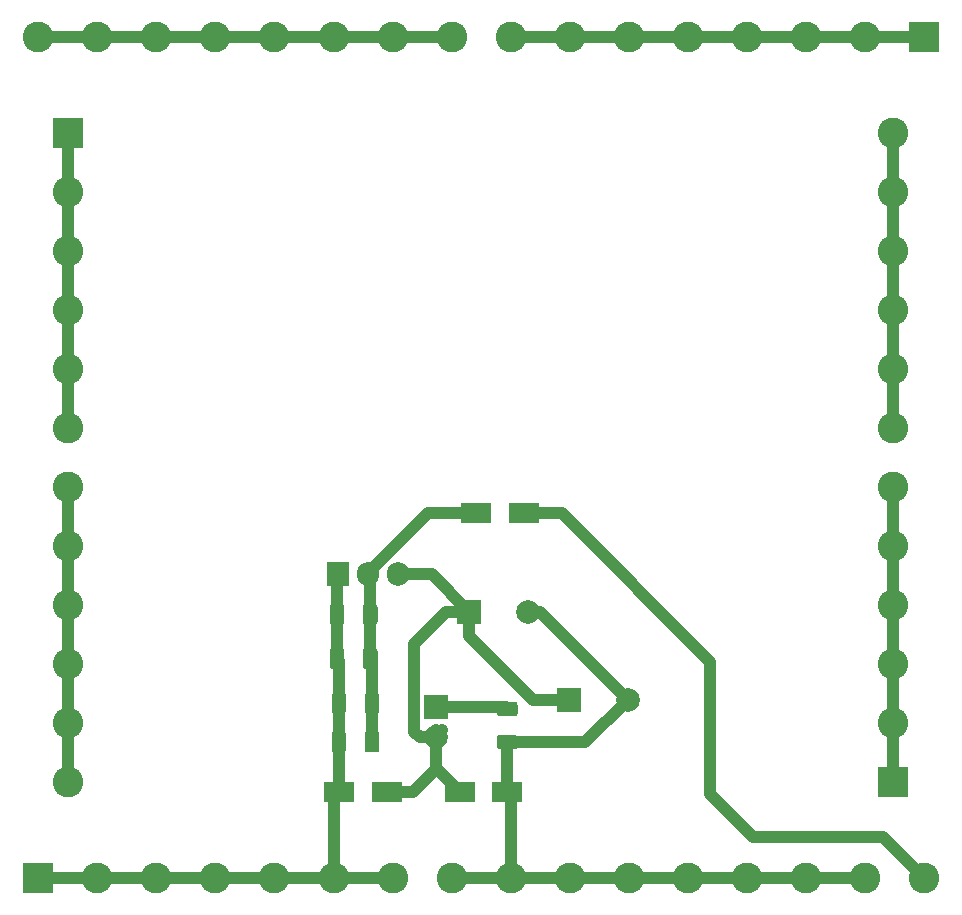
<source format=gbr>
G04 #@! TF.GenerationSoftware,KiCad,Pcbnew,5.1.4*
G04 #@! TF.CreationDate,2020-01-07T14:28:49-05:00*
G04 #@! TF.ProjectId,model-train-cdu,6d6f6465-6c2d-4747-9261-696e2d636475,rev?*
G04 #@! TF.SameCoordinates,Original*
G04 #@! TF.FileFunction,Copper,L1,Top*
G04 #@! TF.FilePolarity,Positive*
%FSLAX46Y46*%
G04 Gerber Fmt 4.6, Leading zero omitted, Abs format (unit mm)*
G04 Created by KiCad (PCBNEW 5.1.4) date 2020-01-07 14:28:49*
%MOMM*%
%LPD*%
G04 APERTURE LIST*
%ADD10C,2.600000*%
%ADD11R,2.600000X2.600000*%
%ADD12C,0.100000*%
%ADD13C,1.250000*%
%ADD14O,1.905000X2.000000*%
%ADD15R,1.905000X2.000000*%
%ADD16R,2.500000X1.800000*%
%ADD17R,2.000000X2.000000*%
%ADD18C,2.000000*%
%ADD19C,1.016000*%
G04 APERTURE END LIST*
D10*
X46400000Y-10800000D03*
X46400000Y-5800000D03*
X46400000Y-800000D03*
X46400000Y4200000D03*
X46400000Y9200000D03*
X46400000Y14200000D03*
X46400000Y19200000D03*
X46400000Y24200000D03*
X46400000Y29200000D03*
X46400000Y34200000D03*
X46400000Y39200000D03*
D11*
X46400000Y44200000D03*
D10*
X116300000Y44200000D03*
X116300000Y39200000D03*
X116300000Y34200000D03*
X116300000Y29200000D03*
X116300000Y24200000D03*
X116300000Y19200000D03*
X116300000Y14200000D03*
X116300000Y9200000D03*
X116300000Y4200000D03*
X116300000Y-800000D03*
X116300000Y-5800000D03*
D11*
X116300000Y-10800000D03*
D10*
X43900000Y52300000D03*
X48900000Y52300000D03*
X53900000Y52300000D03*
X58900000Y52300000D03*
X63900000Y52300000D03*
X68900000Y52300000D03*
X73900000Y52300000D03*
X78900000Y52300000D03*
X83900000Y52300000D03*
X88900000Y52300000D03*
X93900000Y52300000D03*
X98900000Y52300000D03*
X103900000Y52300000D03*
X108900000Y52300000D03*
X113900000Y52300000D03*
D11*
X118900000Y52300000D03*
D10*
X118900000Y-18900000D03*
X113900000Y-18900000D03*
X108900000Y-18900000D03*
X103900000Y-18900000D03*
X98900000Y-18900000D03*
X93900000Y-18900000D03*
X88900000Y-18900000D03*
X83900000Y-18900000D03*
X78900000Y-18900000D03*
X73900000Y-18900000D03*
X68900000Y-18900000D03*
X63900000Y-18900000D03*
X58900000Y-18900000D03*
X53900000Y-18900000D03*
X48900000Y-18900000D03*
D11*
X43900000Y-18900000D03*
D12*
G36*
X72399504Y523796D02*
G01*
X72423773Y520196D01*
X72447571Y514235D01*
X72470671Y505970D01*
X72492849Y495480D01*
X72513893Y482867D01*
X72533598Y468253D01*
X72551777Y451777D01*
X72568253Y433598D01*
X72582867Y413893D01*
X72595480Y392849D01*
X72605970Y370671D01*
X72614235Y347571D01*
X72620196Y323773D01*
X72623796Y299504D01*
X72625000Y275000D01*
X72625000Y-975000D01*
X72623796Y-999504D01*
X72620196Y-1023773D01*
X72614235Y-1047571D01*
X72605970Y-1070671D01*
X72595480Y-1092849D01*
X72582867Y-1113893D01*
X72568253Y-1133598D01*
X72551777Y-1151777D01*
X72533598Y-1168253D01*
X72513893Y-1182867D01*
X72492849Y-1195480D01*
X72470671Y-1205970D01*
X72447571Y-1214235D01*
X72423773Y-1220196D01*
X72399504Y-1223796D01*
X72375000Y-1225000D01*
X71625000Y-1225000D01*
X71600496Y-1223796D01*
X71576227Y-1220196D01*
X71552429Y-1214235D01*
X71529329Y-1205970D01*
X71507151Y-1195480D01*
X71486107Y-1182867D01*
X71466402Y-1168253D01*
X71448223Y-1151777D01*
X71431747Y-1133598D01*
X71417133Y-1113893D01*
X71404520Y-1092849D01*
X71394030Y-1070671D01*
X71385765Y-1047571D01*
X71379804Y-1023773D01*
X71376204Y-999504D01*
X71375000Y-975000D01*
X71375000Y275000D01*
X71376204Y299504D01*
X71379804Y323773D01*
X71385765Y347571D01*
X71394030Y370671D01*
X71404520Y392849D01*
X71417133Y413893D01*
X71431747Y433598D01*
X71448223Y451777D01*
X71466402Y468253D01*
X71486107Y482867D01*
X71507151Y495480D01*
X71529329Y505970D01*
X71552429Y514235D01*
X71576227Y520196D01*
X71600496Y523796D01*
X71625000Y525000D01*
X72375000Y525000D01*
X72399504Y523796D01*
X72399504Y523796D01*
G37*
D13*
X72000000Y-350000D03*
D12*
G36*
X69599504Y523796D02*
G01*
X69623773Y520196D01*
X69647571Y514235D01*
X69670671Y505970D01*
X69692849Y495480D01*
X69713893Y482867D01*
X69733598Y468253D01*
X69751777Y451777D01*
X69768253Y433598D01*
X69782867Y413893D01*
X69795480Y392849D01*
X69805970Y370671D01*
X69814235Y347571D01*
X69820196Y323773D01*
X69823796Y299504D01*
X69825000Y275000D01*
X69825000Y-975000D01*
X69823796Y-999504D01*
X69820196Y-1023773D01*
X69814235Y-1047571D01*
X69805970Y-1070671D01*
X69795480Y-1092849D01*
X69782867Y-1113893D01*
X69768253Y-1133598D01*
X69751777Y-1151777D01*
X69733598Y-1168253D01*
X69713893Y-1182867D01*
X69692849Y-1195480D01*
X69670671Y-1205970D01*
X69647571Y-1214235D01*
X69623773Y-1220196D01*
X69599504Y-1223796D01*
X69575000Y-1225000D01*
X68825000Y-1225000D01*
X68800496Y-1223796D01*
X68776227Y-1220196D01*
X68752429Y-1214235D01*
X68729329Y-1205970D01*
X68707151Y-1195480D01*
X68686107Y-1182867D01*
X68666402Y-1168253D01*
X68648223Y-1151777D01*
X68631747Y-1133598D01*
X68617133Y-1113893D01*
X68604520Y-1092849D01*
X68594030Y-1070671D01*
X68585765Y-1047571D01*
X68579804Y-1023773D01*
X68576204Y-999504D01*
X68575000Y-975000D01*
X68575000Y275000D01*
X68576204Y299504D01*
X68579804Y323773D01*
X68585765Y347571D01*
X68594030Y370671D01*
X68604520Y392849D01*
X68617133Y413893D01*
X68631747Y433598D01*
X68648223Y451777D01*
X68666402Y468253D01*
X68686107Y482867D01*
X68707151Y495480D01*
X68729329Y505970D01*
X68752429Y514235D01*
X68776227Y520196D01*
X68800496Y523796D01*
X68825000Y525000D01*
X69575000Y525000D01*
X69599504Y523796D01*
X69599504Y523796D01*
G37*
D13*
X69200000Y-350000D03*
D12*
G36*
X72554505Y-6511205D02*
G01*
X72578774Y-6514805D01*
X72602572Y-6520766D01*
X72625672Y-6529031D01*
X72647850Y-6539521D01*
X72668894Y-6552134D01*
X72688599Y-6566748D01*
X72706778Y-6583224D01*
X72723254Y-6601403D01*
X72737868Y-6621108D01*
X72750481Y-6642152D01*
X72760971Y-6664330D01*
X72769236Y-6687430D01*
X72775197Y-6711228D01*
X72778797Y-6735497D01*
X72780001Y-6760001D01*
X72780001Y-8010001D01*
X72778797Y-8034505D01*
X72775197Y-8058774D01*
X72769236Y-8082572D01*
X72760971Y-8105672D01*
X72750481Y-8127850D01*
X72737868Y-8148894D01*
X72723254Y-8168599D01*
X72706778Y-8186778D01*
X72688599Y-8203254D01*
X72668894Y-8217868D01*
X72647850Y-8230481D01*
X72625672Y-8240971D01*
X72602572Y-8249236D01*
X72578774Y-8255197D01*
X72554505Y-8258797D01*
X72530001Y-8260001D01*
X71780001Y-8260001D01*
X71755497Y-8258797D01*
X71731228Y-8255197D01*
X71707430Y-8249236D01*
X71684330Y-8240971D01*
X71662152Y-8230481D01*
X71641108Y-8217868D01*
X71621403Y-8203254D01*
X71603224Y-8186778D01*
X71586748Y-8168599D01*
X71572134Y-8148894D01*
X71559521Y-8127850D01*
X71549031Y-8105672D01*
X71540766Y-8082572D01*
X71534805Y-8058774D01*
X71531205Y-8034505D01*
X71530001Y-8010001D01*
X71530001Y-6760001D01*
X71531205Y-6735497D01*
X71534805Y-6711228D01*
X71540766Y-6687430D01*
X71549031Y-6664330D01*
X71559521Y-6642152D01*
X71572134Y-6621108D01*
X71586748Y-6601403D01*
X71603224Y-6583224D01*
X71621403Y-6566748D01*
X71641108Y-6552134D01*
X71662152Y-6539521D01*
X71684330Y-6529031D01*
X71707430Y-6520766D01*
X71731228Y-6514805D01*
X71755497Y-6511205D01*
X71780001Y-6510001D01*
X72530001Y-6510001D01*
X72554505Y-6511205D01*
X72554505Y-6511205D01*
G37*
D13*
X72155001Y-7385001D03*
D12*
G36*
X69754505Y-6511205D02*
G01*
X69778774Y-6514805D01*
X69802572Y-6520766D01*
X69825672Y-6529031D01*
X69847850Y-6539521D01*
X69868894Y-6552134D01*
X69888599Y-6566748D01*
X69906778Y-6583224D01*
X69923254Y-6601403D01*
X69937868Y-6621108D01*
X69950481Y-6642152D01*
X69960971Y-6664330D01*
X69969236Y-6687430D01*
X69975197Y-6711228D01*
X69978797Y-6735497D01*
X69980001Y-6760001D01*
X69980001Y-8010001D01*
X69978797Y-8034505D01*
X69975197Y-8058774D01*
X69969236Y-8082572D01*
X69960971Y-8105672D01*
X69950481Y-8127850D01*
X69937868Y-8148894D01*
X69923254Y-8168599D01*
X69906778Y-8186778D01*
X69888599Y-8203254D01*
X69868894Y-8217868D01*
X69847850Y-8230481D01*
X69825672Y-8240971D01*
X69802572Y-8249236D01*
X69778774Y-8255197D01*
X69754505Y-8258797D01*
X69730001Y-8260001D01*
X68980001Y-8260001D01*
X68955497Y-8258797D01*
X68931228Y-8255197D01*
X68907430Y-8249236D01*
X68884330Y-8240971D01*
X68862152Y-8230481D01*
X68841108Y-8217868D01*
X68821403Y-8203254D01*
X68803224Y-8186778D01*
X68786748Y-8168599D01*
X68772134Y-8148894D01*
X68759521Y-8127850D01*
X68749031Y-8105672D01*
X68740766Y-8082572D01*
X68734805Y-8058774D01*
X68731205Y-8034505D01*
X68730001Y-8010001D01*
X68730001Y-6760001D01*
X68731205Y-6735497D01*
X68734805Y-6711228D01*
X68740766Y-6687430D01*
X68749031Y-6664330D01*
X68759521Y-6642152D01*
X68772134Y-6621108D01*
X68786748Y-6601403D01*
X68803224Y-6583224D01*
X68821403Y-6566748D01*
X68841108Y-6552134D01*
X68862152Y-6539521D01*
X68884330Y-6529031D01*
X68907430Y-6520766D01*
X68931228Y-6514805D01*
X68955497Y-6511205D01*
X68980001Y-6510001D01*
X69730001Y-6510001D01*
X69754505Y-6511205D01*
X69754505Y-6511205D01*
G37*
D13*
X69355001Y-7385001D03*
D12*
G36*
X72399504Y4273796D02*
G01*
X72423773Y4270196D01*
X72447571Y4264235D01*
X72470671Y4255970D01*
X72492849Y4245480D01*
X72513893Y4232867D01*
X72533598Y4218253D01*
X72551777Y4201777D01*
X72568253Y4183598D01*
X72582867Y4163893D01*
X72595480Y4142849D01*
X72605970Y4120671D01*
X72614235Y4097571D01*
X72620196Y4073773D01*
X72623796Y4049504D01*
X72625000Y4025000D01*
X72625000Y2775000D01*
X72623796Y2750496D01*
X72620196Y2726227D01*
X72614235Y2702429D01*
X72605970Y2679329D01*
X72595480Y2657151D01*
X72582867Y2636107D01*
X72568253Y2616402D01*
X72551777Y2598223D01*
X72533598Y2581747D01*
X72513893Y2567133D01*
X72492849Y2554520D01*
X72470671Y2544030D01*
X72447571Y2535765D01*
X72423773Y2529804D01*
X72399504Y2526204D01*
X72375000Y2525000D01*
X71625000Y2525000D01*
X71600496Y2526204D01*
X71576227Y2529804D01*
X71552429Y2535765D01*
X71529329Y2544030D01*
X71507151Y2554520D01*
X71486107Y2567133D01*
X71466402Y2581747D01*
X71448223Y2598223D01*
X71431747Y2616402D01*
X71417133Y2636107D01*
X71404520Y2657151D01*
X71394030Y2679329D01*
X71385765Y2702429D01*
X71379804Y2726227D01*
X71376204Y2750496D01*
X71375000Y2775000D01*
X71375000Y4025000D01*
X71376204Y4049504D01*
X71379804Y4073773D01*
X71385765Y4097571D01*
X71394030Y4120671D01*
X71404520Y4142849D01*
X71417133Y4163893D01*
X71431747Y4183598D01*
X71448223Y4201777D01*
X71466402Y4218253D01*
X71486107Y4232867D01*
X71507151Y4245480D01*
X71529329Y4255970D01*
X71552429Y4264235D01*
X71576227Y4270196D01*
X71600496Y4273796D01*
X71625000Y4275000D01*
X72375000Y4275000D01*
X72399504Y4273796D01*
X72399504Y4273796D01*
G37*
D13*
X72000000Y3400000D03*
D12*
G36*
X69599504Y4273796D02*
G01*
X69623773Y4270196D01*
X69647571Y4264235D01*
X69670671Y4255970D01*
X69692849Y4245480D01*
X69713893Y4232867D01*
X69733598Y4218253D01*
X69751777Y4201777D01*
X69768253Y4183598D01*
X69782867Y4163893D01*
X69795480Y4142849D01*
X69805970Y4120671D01*
X69814235Y4097571D01*
X69820196Y4073773D01*
X69823796Y4049504D01*
X69825000Y4025000D01*
X69825000Y2775000D01*
X69823796Y2750496D01*
X69820196Y2726227D01*
X69814235Y2702429D01*
X69805970Y2679329D01*
X69795480Y2657151D01*
X69782867Y2636107D01*
X69768253Y2616402D01*
X69751777Y2598223D01*
X69733598Y2581747D01*
X69713893Y2567133D01*
X69692849Y2554520D01*
X69670671Y2544030D01*
X69647571Y2535765D01*
X69623773Y2529804D01*
X69599504Y2526204D01*
X69575000Y2525000D01*
X68825000Y2525000D01*
X68800496Y2526204D01*
X68776227Y2529804D01*
X68752429Y2535765D01*
X68729329Y2544030D01*
X68707151Y2554520D01*
X68686107Y2567133D01*
X68666402Y2581747D01*
X68648223Y2598223D01*
X68631747Y2616402D01*
X68617133Y2636107D01*
X68604520Y2657151D01*
X68594030Y2679329D01*
X68585765Y2702429D01*
X68579804Y2726227D01*
X68576204Y2750496D01*
X68575000Y2775000D01*
X68575000Y4025000D01*
X68576204Y4049504D01*
X68579804Y4073773D01*
X68585765Y4097571D01*
X68594030Y4120671D01*
X68604520Y4142849D01*
X68617133Y4163893D01*
X68631747Y4183598D01*
X68648223Y4201777D01*
X68666402Y4218253D01*
X68686107Y4232867D01*
X68707151Y4245480D01*
X68729329Y4255970D01*
X68752429Y4264235D01*
X68776227Y4270196D01*
X68800496Y4273796D01*
X68825000Y4275000D01*
X69575000Y4275000D01*
X69599504Y4273796D01*
X69599504Y4273796D01*
G37*
D13*
X69200000Y3400000D03*
D12*
G36*
X72554505Y-3221205D02*
G01*
X72578774Y-3224805D01*
X72602572Y-3230766D01*
X72625672Y-3239031D01*
X72647850Y-3249521D01*
X72668894Y-3262134D01*
X72688599Y-3276748D01*
X72706778Y-3293224D01*
X72723254Y-3311403D01*
X72737868Y-3331108D01*
X72750481Y-3352152D01*
X72760971Y-3374330D01*
X72769236Y-3397430D01*
X72775197Y-3421228D01*
X72778797Y-3445497D01*
X72780001Y-3470001D01*
X72780001Y-4720001D01*
X72778797Y-4744505D01*
X72775197Y-4768774D01*
X72769236Y-4792572D01*
X72760971Y-4815672D01*
X72750481Y-4837850D01*
X72737868Y-4858894D01*
X72723254Y-4878599D01*
X72706778Y-4896778D01*
X72688599Y-4913254D01*
X72668894Y-4927868D01*
X72647850Y-4940481D01*
X72625672Y-4950971D01*
X72602572Y-4959236D01*
X72578774Y-4965197D01*
X72554505Y-4968797D01*
X72530001Y-4970001D01*
X71780001Y-4970001D01*
X71755497Y-4968797D01*
X71731228Y-4965197D01*
X71707430Y-4959236D01*
X71684330Y-4950971D01*
X71662152Y-4940481D01*
X71641108Y-4927868D01*
X71621403Y-4913254D01*
X71603224Y-4896778D01*
X71586748Y-4878599D01*
X71572134Y-4858894D01*
X71559521Y-4837850D01*
X71549031Y-4815672D01*
X71540766Y-4792572D01*
X71534805Y-4768774D01*
X71531205Y-4744505D01*
X71530001Y-4720001D01*
X71530001Y-3470001D01*
X71531205Y-3445497D01*
X71534805Y-3421228D01*
X71540766Y-3397430D01*
X71549031Y-3374330D01*
X71559521Y-3352152D01*
X71572134Y-3331108D01*
X71586748Y-3311403D01*
X71603224Y-3293224D01*
X71621403Y-3276748D01*
X71641108Y-3262134D01*
X71662152Y-3249521D01*
X71684330Y-3239031D01*
X71707430Y-3230766D01*
X71731228Y-3224805D01*
X71755497Y-3221205D01*
X71780001Y-3220001D01*
X72530001Y-3220001D01*
X72554505Y-3221205D01*
X72554505Y-3221205D01*
G37*
D13*
X72155001Y-4095001D03*
D12*
G36*
X69754505Y-3221205D02*
G01*
X69778774Y-3224805D01*
X69802572Y-3230766D01*
X69825672Y-3239031D01*
X69847850Y-3249521D01*
X69868894Y-3262134D01*
X69888599Y-3276748D01*
X69906778Y-3293224D01*
X69923254Y-3311403D01*
X69937868Y-3331108D01*
X69950481Y-3352152D01*
X69960971Y-3374330D01*
X69969236Y-3397430D01*
X69975197Y-3421228D01*
X69978797Y-3445497D01*
X69980001Y-3470001D01*
X69980001Y-4720001D01*
X69978797Y-4744505D01*
X69975197Y-4768774D01*
X69969236Y-4792572D01*
X69960971Y-4815672D01*
X69950481Y-4837850D01*
X69937868Y-4858894D01*
X69923254Y-4878599D01*
X69906778Y-4896778D01*
X69888599Y-4913254D01*
X69868894Y-4927868D01*
X69847850Y-4940481D01*
X69825672Y-4950971D01*
X69802572Y-4959236D01*
X69778774Y-4965197D01*
X69754505Y-4968797D01*
X69730001Y-4970001D01*
X68980001Y-4970001D01*
X68955497Y-4968797D01*
X68931228Y-4965197D01*
X68907430Y-4959236D01*
X68884330Y-4950971D01*
X68862152Y-4940481D01*
X68841108Y-4927868D01*
X68821403Y-4913254D01*
X68803224Y-4896778D01*
X68786748Y-4878599D01*
X68772134Y-4858894D01*
X68759521Y-4837850D01*
X68749031Y-4815672D01*
X68740766Y-4792572D01*
X68734805Y-4768774D01*
X68731205Y-4744505D01*
X68730001Y-4720001D01*
X68730001Y-3470001D01*
X68731205Y-3445497D01*
X68734805Y-3421228D01*
X68740766Y-3397430D01*
X68749031Y-3374330D01*
X68759521Y-3352152D01*
X68772134Y-3331108D01*
X68786748Y-3311403D01*
X68803224Y-3293224D01*
X68821403Y-3276748D01*
X68841108Y-3262134D01*
X68862152Y-3249521D01*
X68884330Y-3239031D01*
X68907430Y-3230766D01*
X68931228Y-3224805D01*
X68955497Y-3221205D01*
X68980001Y-3220001D01*
X69730001Y-3220001D01*
X69754505Y-3221205D01*
X69754505Y-3221205D01*
G37*
D13*
X69355001Y-4095001D03*
D12*
G36*
X84249504Y-6776204D02*
G01*
X84273773Y-6779804D01*
X84297571Y-6785765D01*
X84320671Y-6794030D01*
X84342849Y-6804520D01*
X84363893Y-6817133D01*
X84383598Y-6831747D01*
X84401777Y-6848223D01*
X84418253Y-6866402D01*
X84432867Y-6886107D01*
X84445480Y-6907151D01*
X84455970Y-6929329D01*
X84464235Y-6952429D01*
X84470196Y-6976227D01*
X84473796Y-7000496D01*
X84475000Y-7025000D01*
X84475000Y-7775000D01*
X84473796Y-7799504D01*
X84470196Y-7823773D01*
X84464235Y-7847571D01*
X84455970Y-7870671D01*
X84445480Y-7892849D01*
X84432867Y-7913893D01*
X84418253Y-7933598D01*
X84401777Y-7951777D01*
X84383598Y-7968253D01*
X84363893Y-7982867D01*
X84342849Y-7995480D01*
X84320671Y-8005970D01*
X84297571Y-8014235D01*
X84273773Y-8020196D01*
X84249504Y-8023796D01*
X84225000Y-8025000D01*
X82975000Y-8025000D01*
X82950496Y-8023796D01*
X82926227Y-8020196D01*
X82902429Y-8014235D01*
X82879329Y-8005970D01*
X82857151Y-7995480D01*
X82836107Y-7982867D01*
X82816402Y-7968253D01*
X82798223Y-7951777D01*
X82781747Y-7933598D01*
X82767133Y-7913893D01*
X82754520Y-7892849D01*
X82744030Y-7870671D01*
X82735765Y-7847571D01*
X82729804Y-7823773D01*
X82726204Y-7799504D01*
X82725000Y-7775000D01*
X82725000Y-7025000D01*
X82726204Y-7000496D01*
X82729804Y-6976227D01*
X82735765Y-6952429D01*
X82744030Y-6929329D01*
X82754520Y-6907151D01*
X82767133Y-6886107D01*
X82781747Y-6866402D01*
X82798223Y-6848223D01*
X82816402Y-6831747D01*
X82836107Y-6817133D01*
X82857151Y-6804520D01*
X82879329Y-6794030D01*
X82902429Y-6785765D01*
X82926227Y-6779804D01*
X82950496Y-6776204D01*
X82975000Y-6775000D01*
X84225000Y-6775000D01*
X84249504Y-6776204D01*
X84249504Y-6776204D01*
G37*
D13*
X83600000Y-7400000D03*
D12*
G36*
X84249504Y-3976204D02*
G01*
X84273773Y-3979804D01*
X84297571Y-3985765D01*
X84320671Y-3994030D01*
X84342849Y-4004520D01*
X84363893Y-4017133D01*
X84383598Y-4031747D01*
X84401777Y-4048223D01*
X84418253Y-4066402D01*
X84432867Y-4086107D01*
X84445480Y-4107151D01*
X84455970Y-4129329D01*
X84464235Y-4152429D01*
X84470196Y-4176227D01*
X84473796Y-4200496D01*
X84475000Y-4225000D01*
X84475000Y-4975000D01*
X84473796Y-4999504D01*
X84470196Y-5023773D01*
X84464235Y-5047571D01*
X84455970Y-5070671D01*
X84445480Y-5092849D01*
X84432867Y-5113893D01*
X84418253Y-5133598D01*
X84401777Y-5151777D01*
X84383598Y-5168253D01*
X84363893Y-5182867D01*
X84342849Y-5195480D01*
X84320671Y-5205970D01*
X84297571Y-5214235D01*
X84273773Y-5220196D01*
X84249504Y-5223796D01*
X84225000Y-5225000D01*
X82975000Y-5225000D01*
X82950496Y-5223796D01*
X82926227Y-5220196D01*
X82902429Y-5214235D01*
X82879329Y-5205970D01*
X82857151Y-5195480D01*
X82836107Y-5182867D01*
X82816402Y-5168253D01*
X82798223Y-5151777D01*
X82781747Y-5133598D01*
X82767133Y-5113893D01*
X82754520Y-5092849D01*
X82744030Y-5070671D01*
X82735765Y-5047571D01*
X82729804Y-5023773D01*
X82726204Y-4999504D01*
X82725000Y-4975000D01*
X82725000Y-4225000D01*
X82726204Y-4200496D01*
X82729804Y-4176227D01*
X82735765Y-4152429D01*
X82744030Y-4129329D01*
X82754520Y-4107151D01*
X82767133Y-4086107D01*
X82781747Y-4066402D01*
X82798223Y-4048223D01*
X82816402Y-4031747D01*
X82836107Y-4017133D01*
X82857151Y-4004520D01*
X82879329Y-3994030D01*
X82902429Y-3985765D01*
X82926227Y-3979804D01*
X82950496Y-3976204D01*
X82975000Y-3975000D01*
X84225000Y-3975000D01*
X84249504Y-3976204D01*
X84249504Y-3976204D01*
G37*
D13*
X83600000Y-4600000D03*
D14*
X74380000Y6800000D03*
X71840000Y6800000D03*
D15*
X69300000Y6800000D03*
D16*
X73400000Y-11600000D03*
X69400000Y-11600000D03*
X83600000Y-11600000D03*
X79600000Y-11600000D03*
X85000000Y12000000D03*
X81000000Y12000000D03*
D17*
X77600000Y-4460000D03*
D18*
X77600000Y-7000000D03*
X93800000Y-3800000D03*
D17*
X88800000Y-3800000D03*
D18*
X85400000Y3600000D03*
D17*
X80400000Y3600000D03*
D19*
X80400000Y1584000D02*
X80400000Y3600000D01*
X88800000Y-3800000D02*
X85784000Y-3800000D01*
X85784000Y-3800000D02*
X80400000Y1584000D01*
X77600000Y-9600000D02*
X79600000Y-11600000D01*
X77600000Y-7000000D02*
X77600000Y-9600000D01*
X77600000Y-9666000D02*
X77600000Y-9600000D01*
X75666000Y-11600000D02*
X77600000Y-9666000D01*
X73400000Y-11600000D02*
X75666000Y-11600000D01*
X77600000Y-6800000D02*
X78050999Y-6349001D01*
X77600000Y-7000000D02*
X77600000Y-6800000D01*
X77600000Y-6400000D02*
X77549002Y-6349002D01*
X77600000Y-7000000D02*
X77600000Y-6400000D01*
X77200000Y6800000D02*
X80400000Y3600000D01*
X74380000Y6800000D02*
X77200000Y6800000D01*
X78384000Y3600000D02*
X80400000Y3600000D01*
X75710999Y926999D02*
X78384000Y3600000D01*
X75710999Y-6525212D02*
X75710999Y926999D01*
X76185787Y-7000000D02*
X75710999Y-6525212D01*
X77600000Y-7000000D02*
X76185787Y-7000000D01*
X77600000Y-4460000D02*
X77600000Y-4951992D01*
X83460000Y-4460000D02*
X83600000Y-4600000D01*
X77600000Y-4460000D02*
X83460000Y-4460000D01*
X72155001Y-7385001D02*
X72155001Y-4095001D01*
X72155001Y-505001D02*
X72000000Y-350000D01*
X72155001Y-4095001D02*
X72155001Y-505001D01*
X72000000Y-350000D02*
X72000000Y3400000D01*
X72000000Y6640000D02*
X71840000Y6800000D01*
X72000000Y3400000D02*
X72000000Y6640000D01*
X78734000Y12000000D02*
X81000000Y12000000D01*
X76928212Y12000000D02*
X78734000Y12000000D01*
X71840000Y6911788D02*
X76928212Y12000000D01*
X71840000Y6800000D02*
X71840000Y6911788D01*
X83900000Y-11900000D02*
X83600000Y-11600000D01*
X83900000Y-18900000D02*
X83900000Y-11900000D01*
X83600000Y-11600000D02*
X83600000Y-7400000D01*
X90200000Y-7400000D02*
X93800000Y-3800000D01*
X83600000Y-7400000D02*
X90200000Y-7400000D01*
X86400000Y3600000D02*
X85400000Y3600000D01*
X93800000Y-3800000D02*
X86400000Y3600000D01*
X78900000Y-18900000D02*
X113900000Y-18900000D01*
X115400000Y-15400000D02*
X118900000Y-18900000D01*
X88200000Y12000000D02*
X100800000Y-600000D01*
X85000000Y12000000D02*
X88200000Y12000000D01*
X100800000Y-600000D02*
X100800000Y-11800000D01*
X100800000Y-11800000D02*
X104400000Y-15400000D01*
X104400000Y-15400000D02*
X115400000Y-15400000D01*
X68900000Y-12100000D02*
X69400000Y-11600000D01*
X68900000Y-18900000D02*
X68900000Y-12100000D01*
X43900000Y-18900000D02*
X48900000Y-18900000D01*
X48900000Y-18900000D02*
X53900000Y-18900000D01*
X53900000Y-18900000D02*
X58900000Y-18900000D01*
X58900000Y-18900000D02*
X63900000Y-18900000D01*
X63900000Y-18900000D02*
X68900000Y-18900000D01*
X68900000Y-18900000D02*
X73900000Y-18900000D01*
X69400000Y-7430000D02*
X69355001Y-7385001D01*
X69400000Y-11600000D02*
X69400000Y-7430000D01*
X69355001Y-7385001D02*
X69355001Y-4095001D01*
X69355001Y-505001D02*
X69200000Y-350000D01*
X69355001Y-4095001D02*
X69355001Y-505001D01*
X69200000Y-350000D02*
X69200000Y3400000D01*
X69200000Y6700000D02*
X69300000Y6800000D01*
X69200000Y3400000D02*
X69200000Y6700000D01*
X116300000Y19200000D02*
X116300000Y44200000D01*
X116300000Y-10800000D02*
X116300000Y14200000D01*
X46400000Y14200000D02*
X46400000Y-10800000D01*
X46400000Y44200000D02*
X46400000Y19200000D01*
X78900000Y52300000D02*
X43900000Y52300000D01*
X118900000Y52300000D02*
X83900000Y52300000D01*
M02*

</source>
